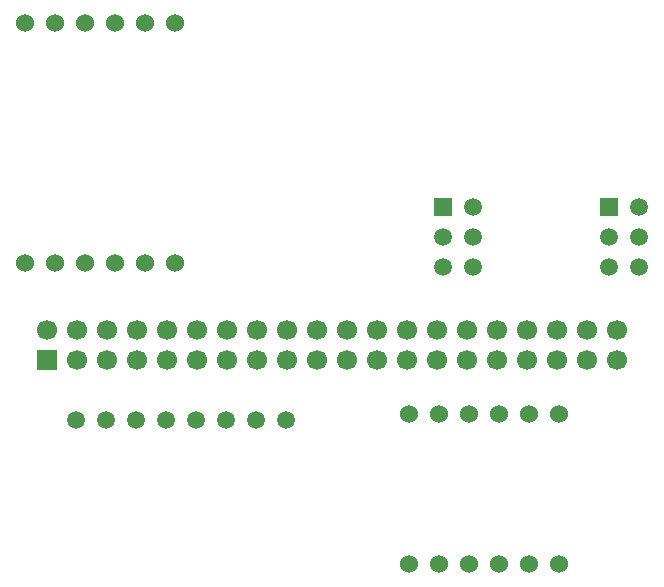
<source format=gbr>
%TF.GenerationSoftware,KiCad,Pcbnew,(6.0.1)*%
%TF.CreationDate,2022-01-30T17:08:52-06:00*%
%TF.ProjectId,BlackBox Hat,426c6163-6b42-46f7-9820-4861742e6b69,rev?*%
%TF.SameCoordinates,Original*%
%TF.FileFunction,Paste,Bot*%
%TF.FilePolarity,Positive*%
%FSLAX46Y46*%
G04 Gerber Fmt 4.6, Leading zero omitted, Abs format (unit mm)*
G04 Created by KiCad (PCBNEW (6.0.1)) date 2022-01-30 17:08:52*
%MOMM*%
%LPD*%
G01*
G04 APERTURE LIST*
%ADD10C,1.499000*%
%ADD11R,1.499000X1.499000*%
%ADD12C,1.524000*%
%ADD13C,1.700000*%
%ADD14R,1.700000X1.700000*%
G04 APERTURE END LIST*
D10*
%TO.C,S1*%
X23495000Y-112133000D03*
X26035000Y-112133000D03*
X28575000Y-112133000D03*
X41275000Y-112133000D03*
X38735000Y-112133000D03*
X36195000Y-112133000D03*
X33655000Y-112133000D03*
X31115000Y-112133000D03*
%TD*%
D11*
%TO.C,P2*%
X68667500Y-94116250D03*
D10*
X71207500Y-94116250D03*
X68667500Y-96656250D03*
X71207500Y-96656250D03*
X68667500Y-99196250D03*
X71207500Y-99196250D03*
%TD*%
D11*
%TO.C,P1*%
X54595750Y-94116250D03*
D10*
X57135750Y-94116250D03*
X54595750Y-96656250D03*
X57135750Y-96656250D03*
X54595750Y-99196250D03*
X57135750Y-99196250D03*
%TD*%
D12*
%TO.C,S3*%
X31877000Y-78486000D03*
X29337000Y-78486000D03*
X24257000Y-78486000D03*
X26797000Y-78486000D03*
X19177000Y-78486000D03*
X21717000Y-78486000D03*
X21717000Y-98806000D03*
X19177000Y-98806000D03*
X26797000Y-98806000D03*
X24257000Y-98806000D03*
X29337000Y-98806000D03*
X31877000Y-98806000D03*
%TD*%
%TO.C,S3*%
X54229000Y-124333000D03*
X56769000Y-124333000D03*
X59309000Y-124333000D03*
X61849000Y-124333000D03*
X64389000Y-124333000D03*
X51689000Y-124333000D03*
X64389000Y-111633000D03*
X61849000Y-111633000D03*
X59309000Y-111633000D03*
X56769000Y-111633000D03*
X54229000Y-111633000D03*
X51689000Y-111633000D03*
%TD*%
D13*
%TO.C,X1*%
X69330000Y-104531000D03*
X69330000Y-107071000D03*
X66790000Y-104531000D03*
X66790000Y-107071000D03*
X64250000Y-104531000D03*
X64250000Y-107071000D03*
X61710000Y-104531000D03*
X61710000Y-107071000D03*
X59170000Y-104531000D03*
X59170000Y-107071000D03*
X56630000Y-104531000D03*
X56630000Y-107071000D03*
X54090000Y-104531000D03*
X54090000Y-107071000D03*
X51550000Y-104531000D03*
X51550000Y-107071000D03*
X49010000Y-104531000D03*
X49010000Y-107071000D03*
X46470000Y-104531000D03*
X46470000Y-107071000D03*
X43930000Y-104531000D03*
X43930000Y-107071000D03*
X41390000Y-104531000D03*
X41390000Y-107071000D03*
X38850000Y-104531000D03*
X38850000Y-107071000D03*
X36310000Y-104531000D03*
X36310000Y-107071000D03*
X33770000Y-104531000D03*
X33770000Y-107071000D03*
X31230000Y-104531000D03*
X31230000Y-107071000D03*
X28690000Y-104531000D03*
X28690000Y-107071000D03*
X26150000Y-104531000D03*
X26150000Y-107071000D03*
X23610000Y-104531000D03*
X23610000Y-107071000D03*
X21070000Y-104531000D03*
D14*
X21070000Y-107071000D03*
%TD*%
M02*

</source>
